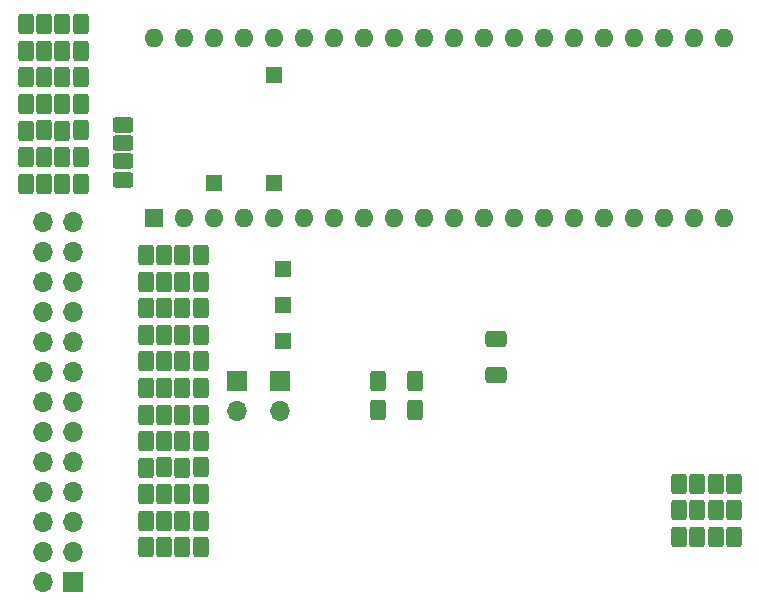
<source format=gbr>
%TF.GenerationSoftware,KiCad,Pcbnew,7.0.10-7.0.10~ubuntu20.04.1*%
%TF.CreationDate,2024-01-23T10:27:16+01:00*%
%TF.ProjectId,6303X_FP64,36333033-585f-4465-9036-342e6b696361,rev?*%
%TF.SameCoordinates,Original*%
%TF.FileFunction,Soldermask,Bot*%
%TF.FilePolarity,Negative*%
%FSLAX46Y46*%
G04 Gerber Fmt 4.6, Leading zero omitted, Abs format (unit mm)*
G04 Created by KiCad (PCBNEW 7.0.10-7.0.10~ubuntu20.04.1) date 2024-01-23 10:27:16*
%MOMM*%
%LPD*%
G01*
G04 APERTURE LIST*
G04 Aperture macros list*
%AMRoundRect*
0 Rectangle with rounded corners*
0 $1 Rounding radius*
0 $2 $3 $4 $5 $6 $7 $8 $9 X,Y pos of 4 corners*
0 Add a 4 corners polygon primitive as box body*
4,1,4,$2,$3,$4,$5,$6,$7,$8,$9,$2,$3,0*
0 Add four circle primitives for the rounded corners*
1,1,$1+$1,$2,$3*
1,1,$1+$1,$4,$5*
1,1,$1+$1,$6,$7*
1,1,$1+$1,$8,$9*
0 Add four rect primitives between the rounded corners*
20,1,$1+$1,$2,$3,$4,$5,0*
20,1,$1+$1,$4,$5,$6,$7,0*
20,1,$1+$1,$6,$7,$8,$9,0*
20,1,$1+$1,$8,$9,$2,$3,0*%
G04 Aperture macros list end*
%ADD10R,1.700000X1.700000*%
%ADD11O,1.700000X1.700000*%
%ADD12R,1.350000X1.350000*%
%ADD13R,1.600000X1.600000*%
%ADD14O,1.600000X1.600000*%
%ADD15RoundRect,0.250000X-0.400000X-0.625000X0.400000X-0.625000X0.400000X0.625000X-0.400000X0.625000X0*%
%ADD16RoundRect,0.250000X0.400000X0.625000X-0.400000X0.625000X-0.400000X-0.625000X0.400000X-0.625000X0*%
%ADD17RoundRect,0.250000X0.650000X-0.412500X0.650000X0.412500X-0.650000X0.412500X-0.650000X-0.412500X0*%
%ADD18RoundRect,0.250000X0.625000X-0.400000X0.625000X0.400000X-0.625000X0.400000X-0.625000X-0.400000X0*%
%ADD19RoundRect,0.250000X-0.625000X0.400000X-0.625000X-0.400000X0.625000X-0.400000X0.625000X0.400000X0*%
G04 APERTURE END LIST*
D10*
%TO.C,JP1*%
X180746400Y-66492200D03*
D11*
X180746400Y-69032200D03*
%TD*%
D12*
%TO.C,J4*%
X183896000Y-40640000D03*
%TD*%
D13*
%TO.C,U3*%
X173736000Y-52730400D03*
D14*
X176276000Y-52730400D03*
X178816000Y-52730400D03*
X181356000Y-52730400D03*
X183896000Y-52730400D03*
X186436000Y-52730400D03*
X188976000Y-52730400D03*
X191516000Y-52730400D03*
X194056000Y-52730400D03*
X196596000Y-52730400D03*
X199136000Y-52730400D03*
X201676000Y-52730400D03*
X204216000Y-52730400D03*
X206756000Y-52730400D03*
X209296000Y-52730400D03*
X211836000Y-52730400D03*
X214376000Y-52730400D03*
X216916000Y-52730400D03*
X219456000Y-52730400D03*
X221996000Y-52730400D03*
X221996000Y-37490400D03*
X219456000Y-37490400D03*
X216916000Y-37490400D03*
X214376000Y-37490400D03*
X211836000Y-37490400D03*
X209296000Y-37490400D03*
X206756000Y-37490400D03*
X204216000Y-37490400D03*
X201676000Y-37490400D03*
X199136000Y-37490400D03*
X196596000Y-37490400D03*
X194056000Y-37490400D03*
X191516000Y-37490400D03*
X188976000Y-37490400D03*
X186436000Y-37490400D03*
X183896000Y-37490400D03*
X181356000Y-37490400D03*
X178816000Y-37490400D03*
X176276000Y-37490400D03*
X173736000Y-37490400D03*
%TD*%
D10*
%TO.C,J1*%
X166878000Y-83566000D03*
D11*
X164338000Y-83566000D03*
X166878000Y-81026000D03*
X164338000Y-81026000D03*
X166878000Y-78486000D03*
X164338000Y-78486000D03*
X166878000Y-75946000D03*
X164338000Y-75946000D03*
X166878000Y-73406000D03*
X164338000Y-73406000D03*
X166878000Y-70866000D03*
X164338000Y-70866000D03*
X166878000Y-68326000D03*
X164338000Y-68326000D03*
X166878000Y-65786000D03*
X164338000Y-65786000D03*
X166878000Y-63246000D03*
X164338000Y-63246000D03*
X166878000Y-60706000D03*
X164338000Y-60706000D03*
X166878000Y-58166000D03*
X164338000Y-58166000D03*
X166878000Y-55626000D03*
X164338000Y-55626000D03*
X166878000Y-53086000D03*
X164338000Y-53086000D03*
%TD*%
D10*
%TO.C,JP2*%
X184404000Y-66492200D03*
D11*
X184404000Y-69032200D03*
%TD*%
D12*
%TO.C,J7*%
X184708800Y-56997600D03*
%TD*%
%TO.C,J6*%
X183896000Y-49784000D03*
%TD*%
%TO.C,J9*%
X184708800Y-60045600D03*
%TD*%
%TO.C,J8*%
X184708800Y-63093600D03*
%TD*%
%TO.C,J3*%
X178816000Y-49784000D03*
%TD*%
D15*
%TO.C,R32*%
X174600000Y-69350000D03*
X177700000Y-69350000D03*
%TD*%
D16*
%TO.C,R25*%
X176150000Y-64850000D03*
X173050000Y-64850000D03*
%TD*%
%TO.C,R7*%
X166000000Y-47550000D03*
X162900000Y-47550000D03*
%TD*%
D15*
%TO.C,R20*%
X174600000Y-55850000D03*
X177700000Y-55850000D03*
%TD*%
D16*
%TO.C,R47*%
X221300000Y-79700000D03*
X218200000Y-79700000D03*
%TD*%
D15*
%TO.C,R45*%
X219750000Y-75200000D03*
X222850000Y-75200000D03*
%TD*%
D16*
%TO.C,R13*%
X166000000Y-40800000D03*
X162900000Y-40800000D03*
%TD*%
D17*
%TO.C,C1*%
X202692000Y-66040000D03*
X202692000Y-62915000D03*
%TD*%
D16*
%TO.C,R14*%
X166000000Y-38550000D03*
X162900000Y-38550000D03*
%TD*%
%TO.C,R23*%
X176150000Y-60350000D03*
X173050000Y-60350000D03*
%TD*%
%TO.C,R33*%
X176150000Y-71600000D03*
X173050000Y-71600000D03*
%TD*%
%TO.C,R27*%
X176150000Y-69350000D03*
X173050000Y-69350000D03*
%TD*%
D15*
%TO.C,R48*%
X219750000Y-79700000D03*
X222850000Y-79700000D03*
%TD*%
%TO.C,R12*%
X164450000Y-43050000D03*
X167550000Y-43050000D03*
%TD*%
D16*
%TO.C,R24*%
X176150000Y-62600000D03*
X173050000Y-62600000D03*
%TD*%
D18*
%TO.C,R4*%
X171100000Y-47900000D03*
X171100000Y-44800000D03*
%TD*%
D15*
%TO.C,R22*%
X174600000Y-58100000D03*
X177700000Y-58100000D03*
%TD*%
%TO.C,R31*%
X174600000Y-67100000D03*
X177700000Y-67100000D03*
%TD*%
D16*
%TO.C,R21*%
X176150000Y-58100000D03*
X173050000Y-58100000D03*
%TD*%
D15*
%TO.C,R39*%
X174600000Y-73820000D03*
X177700000Y-73820000D03*
%TD*%
D16*
%TO.C,R16*%
X176150000Y-55850000D03*
X173050000Y-55850000D03*
%TD*%
D15*
%TO.C,R29*%
X174600000Y-62600000D03*
X177700000Y-62600000D03*
%TD*%
D16*
%TO.C,R15*%
X166000000Y-36300000D03*
X162900000Y-36300000D03*
%TD*%
%TO.C,R37*%
X176150000Y-80600000D03*
X173050000Y-80600000D03*
%TD*%
%TO.C,R5*%
X166000000Y-49800000D03*
X162900000Y-49800000D03*
%TD*%
D19*
%TO.C,R3*%
X171100000Y-46350000D03*
X171100000Y-49450000D03*
%TD*%
D16*
%TO.C,R9*%
X166000000Y-45300000D03*
X162900000Y-45300000D03*
%TD*%
D15*
%TO.C,R30*%
X174600000Y-64850000D03*
X177700000Y-64850000D03*
%TD*%
%TO.C,R8*%
X164450000Y-47550000D03*
X167550000Y-47550000D03*
%TD*%
D16*
%TO.C,R1*%
X195860000Y-66548000D03*
X192760000Y-66548000D03*
%TD*%
%TO.C,R11*%
X166000000Y-43050000D03*
X162900000Y-43050000D03*
%TD*%
D15*
%TO.C,R17*%
X164450000Y-40800000D03*
X167550000Y-40800000D03*
%TD*%
%TO.C,R41*%
X174600000Y-78350000D03*
X177700000Y-78350000D03*
%TD*%
%TO.C,R42*%
X174600000Y-80600000D03*
X177700000Y-80600000D03*
%TD*%
%TO.C,R46*%
X219750000Y-77450000D03*
X222850000Y-77450000D03*
%TD*%
D16*
%TO.C,R43*%
X221300000Y-75200000D03*
X218200000Y-75200000D03*
%TD*%
%TO.C,R26*%
X176150000Y-67100000D03*
X173050000Y-67100000D03*
%TD*%
D15*
%TO.C,R10*%
X164450000Y-45290000D03*
X167550000Y-45290000D03*
%TD*%
D16*
%TO.C,R35*%
X176150000Y-76100000D03*
X173050000Y-76100000D03*
%TD*%
%TO.C,R2*%
X195860000Y-68974000D03*
X192760000Y-68974000D03*
%TD*%
D15*
%TO.C,R28*%
X174600000Y-60350000D03*
X177700000Y-60350000D03*
%TD*%
D16*
%TO.C,R36*%
X176150000Y-78350000D03*
X173050000Y-78350000D03*
%TD*%
D15*
%TO.C,R19*%
X164450000Y-36300000D03*
X167550000Y-36300000D03*
%TD*%
D16*
%TO.C,R34*%
X176150000Y-73850000D03*
X173050000Y-73850000D03*
%TD*%
D15*
%TO.C,R40*%
X174600000Y-76100000D03*
X177700000Y-76100000D03*
%TD*%
%TO.C,R18*%
X164450000Y-38550000D03*
X167550000Y-38550000D03*
%TD*%
%TO.C,R6*%
X164450000Y-49800000D03*
X167550000Y-49800000D03*
%TD*%
D16*
%TO.C,R44*%
X221300000Y-77450000D03*
X218200000Y-77450000D03*
%TD*%
D15*
%TO.C,R38*%
X174600000Y-71600000D03*
X177700000Y-71600000D03*
%TD*%
M02*

</source>
